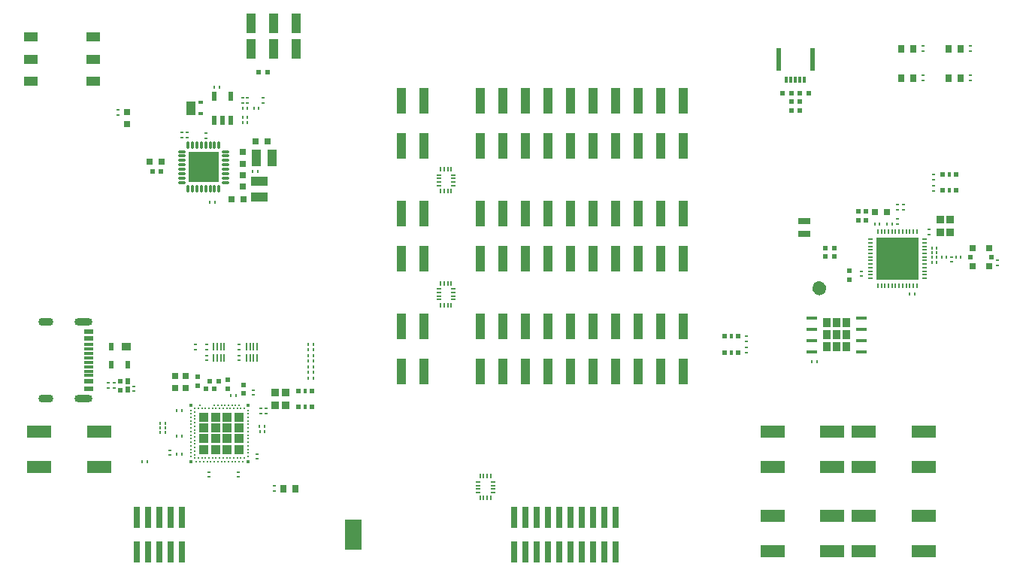
<source format=gtp>
G04*
G04 #@! TF.GenerationSoftware,Altium Limited,Altium Designer,24.6.1 (21)*
G04*
G04 Layer_Color=8421504*
%FSLAX24Y24*%
%MOIN*%
G70*
G04*
G04 #@! TF.SameCoordinates,91F66E80-D4C5-4370-B577-81E2DE0E6F9A*
G04*
G04*
G04 #@! TF.FilePolarity,Positive*
G04*
G01*
G75*
%ADD20C,0.0433*%
G04:AMPARAMS|DCode=21|XSize=43.3mil|YSize=39.4mil|CornerRadius=3mil|HoleSize=0mil|Usage=FLASHONLY|Rotation=180.000|XOffset=0mil|YOffset=0mil|HoleType=Round|Shape=RoundedRectangle|*
%AMROUNDEDRECTD21*
21,1,0.0433,0.0335,0,0,180.0*
21,1,0.0374,0.0394,0,0,180.0*
1,1,0.0059,-0.0187,0.0167*
1,1,0.0059,0.0187,0.0167*
1,1,0.0059,0.0187,-0.0167*
1,1,0.0059,-0.0187,-0.0167*
%
%ADD21ROUNDEDRECTD21*%
%ADD22O,0.0669X0.0354*%
%ADD23O,0.0787X0.0354*%
%ADD24R,0.0366X0.0445*%
%ADD25R,0.0106X0.0118*%
%ADD26R,0.0335X0.0374*%
%ADD27R,0.0551X0.0295*%
%ADD28O,0.0118X0.0335*%
%ADD29O,0.0335X0.0118*%
%ADD30R,0.1378X0.1378*%
%ADD31R,0.0453X0.0177*%
%ADD32O,0.0098X0.0335*%
%ADD33O,0.0240X0.0071*%
%ADD34O,0.0071X0.0240*%
%ADD35R,0.0236X0.0394*%
%ADD36C,0.0167*%
%ADD37C,0.0098*%
%ADD38O,0.0256X0.0079*%
%ADD39O,0.0079X0.0256*%
%ADD40R,0.1850X0.1850*%
%ADD41R,0.0728X0.1358*%
%ADD42R,0.1083X0.0551*%
%ADD43R,0.0591X0.0394*%
%ADD44R,0.0118X0.0106*%
%ADD45R,0.0236X0.0217*%
%ADD46R,0.0217X0.0236*%
%ADD47R,0.0433X0.0630*%
%ADD48R,0.0197X0.0157*%
%ADD49R,0.0236X0.0236*%
%ADD50R,0.0157X0.0236*%
%ADD51R,0.0400X0.1130*%
%ADD52R,0.0299X0.0945*%
%ADD53R,0.0402X0.0862*%
%ADD54R,0.0300X0.0320*%
%ADD55R,0.0445X0.0717*%
%ADD56R,0.0717X0.0445*%
%ADD57R,0.0295X0.0315*%
%ADD58R,0.0236X0.1024*%
%ADD59R,0.0118X0.0315*%
%ADD60R,0.0315X0.0295*%
%ADD61R,0.0228X0.0197*%
%ADD62R,0.0197X0.0256*%
%ADD63R,0.0394X0.0335*%
%ADD64R,0.0236X0.0335*%
%ADD65R,0.0315X0.0295*%
%ADD66R,0.0197X0.0236*%
%ADD67R,0.0236X0.0197*%
%ADD68R,0.0449X0.0236*%
%ADD69R,0.0449X0.0118*%
D20*
X35454Y12681D02*
G03*
X35454Y12681I-98J0D01*
G01*
D21*
X9610Y5537D02*
D03*
X9099D02*
D03*
X8587D02*
D03*
X8075D02*
D03*
Y6010D02*
D03*
X8587D02*
D03*
X9099D02*
D03*
X9610D02*
D03*
X8075Y6482D02*
D03*
X8587D02*
D03*
X9099D02*
D03*
X9610D02*
D03*
X8075Y6954D02*
D03*
X8587D02*
D03*
X9099D02*
D03*
X9610D02*
D03*
D22*
X1071Y11199D02*
D03*
Y7797D02*
D03*
D23*
X2716D02*
D03*
Y11199D02*
D03*
D24*
X36573Y10095D02*
D03*
Y10618D02*
D03*
Y11142D02*
D03*
X36128Y10095D02*
D03*
Y10618D02*
D03*
Y11142D02*
D03*
X35683Y10095D02*
D03*
Y10618D02*
D03*
Y11142D02*
D03*
D25*
X41642Y14067D02*
D03*
X41417D02*
D03*
X40350Y14067D02*
D03*
X40574D02*
D03*
X40350Y13829D02*
D03*
X40575D02*
D03*
X40575Y14271D02*
D03*
X40350D02*
D03*
X12914Y9950D02*
D03*
X12689D02*
D03*
X12914Y10200D02*
D03*
X12689D02*
D03*
X8557Y16501D02*
D03*
X8332D02*
D03*
X10281Y20664D02*
D03*
X10506D02*
D03*
X9779D02*
D03*
X10004D02*
D03*
X6139Y6500D02*
D03*
X6364D02*
D03*
Y6700D02*
D03*
X6139D02*
D03*
X10004Y20260D02*
D03*
X9779D02*
D03*
X5342Y4974D02*
D03*
X5567D02*
D03*
X12689Y9200D02*
D03*
X12914D02*
D03*
X12689Y9450D02*
D03*
X12914D02*
D03*
X12689Y9700D02*
D03*
X12914D02*
D03*
X12689Y8950D02*
D03*
X12914D02*
D03*
Y8700D02*
D03*
X12689D02*
D03*
X10541Y6570D02*
D03*
X10766D02*
D03*
X40784Y14067D02*
D03*
X41009D02*
D03*
X10236Y17860D02*
D03*
X10461D02*
D03*
X10004Y20024D02*
D03*
X9779D02*
D03*
X6139Y6300D02*
D03*
X6364D02*
D03*
X8748Y21579D02*
D03*
X8523D02*
D03*
X9496Y7935D02*
D03*
X9272D02*
D03*
X10769Y6330D02*
D03*
X10544D02*
D03*
X35260Y9410D02*
D03*
X35035D02*
D03*
X6852Y5315D02*
D03*
X7076D02*
D03*
X6852Y6131D02*
D03*
X7076D02*
D03*
X6852Y7245D02*
D03*
X7076D02*
D03*
X37810Y15527D02*
D03*
X38034D02*
D03*
X39594Y12428D02*
D03*
X39370D02*
D03*
X40350Y14467D02*
D03*
X40574D02*
D03*
X38360Y15527D02*
D03*
X38585D02*
D03*
D26*
X11233Y8049D02*
D03*
X11685D02*
D03*
Y7478D02*
D03*
X11233D02*
D03*
X40716Y15732D02*
D03*
X41168D02*
D03*
Y15161D02*
D03*
X40716D02*
D03*
D27*
X34678Y15669D02*
D03*
Y15098D02*
D03*
D28*
X8737Y17085D02*
D03*
X8540D02*
D03*
X8343D02*
D03*
X8146D02*
D03*
X7950D02*
D03*
X7753D02*
D03*
X7556D02*
D03*
X7359D02*
D03*
Y19014D02*
D03*
X7556D02*
D03*
X7753D02*
D03*
X7950D02*
D03*
X8146D02*
D03*
X8343D02*
D03*
X8540D02*
D03*
X8737D02*
D03*
D29*
X7083Y17361D02*
D03*
Y17557D02*
D03*
Y17754D02*
D03*
Y17951D02*
D03*
Y18148D02*
D03*
Y18345D02*
D03*
Y18542D02*
D03*
Y18739D02*
D03*
X9013D02*
D03*
Y18542D02*
D03*
Y18345D02*
D03*
Y18148D02*
D03*
Y17951D02*
D03*
Y17754D02*
D03*
Y17557D02*
D03*
Y17361D02*
D03*
D30*
X8048Y18050D02*
D03*
D31*
X37219Y9868D02*
D03*
Y10368D02*
D03*
Y10868D02*
D03*
Y11368D02*
D03*
X35038Y9868D02*
D03*
Y10368D02*
D03*
Y10868D02*
D03*
Y11368D02*
D03*
D32*
X9952Y9586D02*
D03*
X10110D02*
D03*
X10267D02*
D03*
X10425D02*
D03*
Y10078D02*
D03*
X10267D02*
D03*
X10110D02*
D03*
X9952D02*
D03*
X8502Y9586D02*
D03*
X8660D02*
D03*
X8817D02*
D03*
X8975D02*
D03*
Y10078D02*
D03*
X8817D02*
D03*
X8660D02*
D03*
X8502D02*
D03*
D33*
X20228Y4094D02*
D03*
Y3937D02*
D03*
Y3780D02*
D03*
Y3622D02*
D03*
X20878D02*
D03*
Y3780D02*
D03*
Y3937D02*
D03*
Y4094D02*
D03*
X18480Y12652D02*
D03*
Y12495D02*
D03*
Y12337D02*
D03*
Y12180D02*
D03*
X19130D02*
D03*
Y12337D02*
D03*
Y12495D02*
D03*
Y12652D02*
D03*
X18479Y17705D02*
D03*
Y17548D02*
D03*
Y17390D02*
D03*
Y17233D02*
D03*
X19128D02*
D03*
Y17390D02*
D03*
Y17548D02*
D03*
Y17705D02*
D03*
D34*
X20317Y3376D02*
D03*
X20474D02*
D03*
X20632D02*
D03*
X20789D02*
D03*
Y4341D02*
D03*
X20632D02*
D03*
X20474D02*
D03*
X20317D02*
D03*
X18569Y11934D02*
D03*
X18726D02*
D03*
X18884D02*
D03*
X19041D02*
D03*
Y12898D02*
D03*
X18884D02*
D03*
X18726D02*
D03*
X18569D02*
D03*
X18567Y16987D02*
D03*
X18725D02*
D03*
X18882D02*
D03*
X19040D02*
D03*
Y17951D02*
D03*
X18882D02*
D03*
X18725D02*
D03*
X18567D02*
D03*
D35*
X8523Y20132D02*
D03*
X8897D02*
D03*
X9271D02*
D03*
Y21195D02*
D03*
X8523D02*
D03*
D36*
X7504Y7506D02*
D03*
Y4986D02*
D03*
X10024D02*
D03*
Y7506D02*
D03*
D37*
X9630D02*
D03*
X9788Y4986D02*
D03*
X9630D02*
D03*
X9866Y5143D02*
D03*
Y7348D02*
D03*
X7504Y5222D02*
D03*
X9473Y4986D02*
D03*
X9315D02*
D03*
X9158D02*
D03*
X9000D02*
D03*
X8843D02*
D03*
X8685D02*
D03*
X8528D02*
D03*
X8370D02*
D03*
X8213D02*
D03*
X8055D02*
D03*
X7898D02*
D03*
X7740D02*
D03*
X9709Y5143D02*
D03*
X9551D02*
D03*
X9394D02*
D03*
X9236D02*
D03*
X9079D02*
D03*
X8921D02*
D03*
X8764D02*
D03*
X8606D02*
D03*
X8449D02*
D03*
X8291D02*
D03*
X8134D02*
D03*
X7976D02*
D03*
X7819D02*
D03*
X7662D02*
D03*
Y5301D02*
D03*
Y5458D02*
D03*
X7504Y5380D02*
D03*
Y5537D02*
D03*
X7662Y5616D02*
D03*
X10024Y5695D02*
D03*
X7504D02*
D03*
X7662Y5773D02*
D03*
X10024Y5852D02*
D03*
X7504D02*
D03*
X7662Y5931D02*
D03*
X10024Y6010D02*
D03*
X7504D02*
D03*
X7662Y6088D02*
D03*
X10024Y6167D02*
D03*
X7504D02*
D03*
X7662Y6246D02*
D03*
X10024Y6325D02*
D03*
X7504D02*
D03*
X7662Y6403D02*
D03*
X10024Y6482D02*
D03*
X7504D02*
D03*
X7662Y6561D02*
D03*
X10024Y6640D02*
D03*
X7504D02*
D03*
X7662Y6718D02*
D03*
X10024Y6797D02*
D03*
X7504D02*
D03*
X7662Y6876D02*
D03*
X10024Y6954D02*
D03*
X7504D02*
D03*
X7662Y7033D02*
D03*
X10024Y7112D02*
D03*
X7504D02*
D03*
X7662Y7191D02*
D03*
X10024Y7269D02*
D03*
X7504D02*
D03*
X9236Y7348D02*
D03*
X9079D02*
D03*
X8921D02*
D03*
X8764D02*
D03*
X8606D02*
D03*
X8449D02*
D03*
X8291D02*
D03*
X8134D02*
D03*
X7976D02*
D03*
X7819D02*
D03*
X7662D02*
D03*
X9473Y7506D02*
D03*
X9315D02*
D03*
X9158D02*
D03*
X9000D02*
D03*
X8843D02*
D03*
X8685D02*
D03*
X8528D02*
D03*
X7898D02*
D03*
X9394Y7348D02*
D03*
X9551D02*
D03*
X9709D02*
D03*
X10024Y5537D02*
D03*
Y5380D02*
D03*
Y5222D02*
D03*
D38*
X37630Y14854D02*
D03*
Y14697D02*
D03*
Y14539D02*
D03*
Y14382D02*
D03*
Y14224D02*
D03*
Y14067D02*
D03*
Y13909D02*
D03*
Y13752D02*
D03*
Y13594D02*
D03*
Y13437D02*
D03*
Y13280D02*
D03*
Y13122D02*
D03*
X40012D02*
D03*
Y13280D02*
D03*
Y13437D02*
D03*
Y13594D02*
D03*
Y13752D02*
D03*
Y13909D02*
D03*
Y14067D02*
D03*
Y14224D02*
D03*
Y14382D02*
D03*
Y14539D02*
D03*
Y14697D02*
D03*
Y14854D02*
D03*
D39*
X37955Y12797D02*
D03*
X38112D02*
D03*
X38270D02*
D03*
X38427D02*
D03*
X38585D02*
D03*
X38742D02*
D03*
X38900D02*
D03*
X39057D02*
D03*
X39215D02*
D03*
X39372D02*
D03*
X39530D02*
D03*
X39687D02*
D03*
Y15179D02*
D03*
X39530D02*
D03*
X39372D02*
D03*
X39215D02*
D03*
X39057D02*
D03*
X38900D02*
D03*
X38742D02*
D03*
X38585D02*
D03*
X38427D02*
D03*
X38270D02*
D03*
X38112D02*
D03*
X37955D02*
D03*
D40*
X38821Y13988D02*
D03*
D41*
X14694Y1769D02*
D03*
D42*
X37324Y2582D02*
D03*
Y1007D02*
D03*
X39982Y2582D02*
D03*
Y1007D02*
D03*
X33284Y2582D02*
D03*
Y1007D02*
D03*
X35942Y2582D02*
D03*
Y1007D02*
D03*
X37324Y6322D02*
D03*
Y4747D02*
D03*
X39982Y6322D02*
D03*
Y4747D02*
D03*
X33284Y6322D02*
D03*
Y4747D02*
D03*
X35942Y6322D02*
D03*
Y4747D02*
D03*
X773Y6337D02*
D03*
Y4763D02*
D03*
X3430Y6337D02*
D03*
Y4763D02*
D03*
D43*
X3158Y21846D02*
D03*
Y23814D02*
D03*
Y22830D02*
D03*
X402D02*
D03*
Y23814D02*
D03*
Y21846D02*
D03*
D44*
X4252Y20589D02*
D03*
Y20365D02*
D03*
X10009Y21121D02*
D03*
Y20896D02*
D03*
X40442Y17220D02*
D03*
Y16996D02*
D03*
X7076Y19363D02*
D03*
Y19588D02*
D03*
X7330Y19363D02*
D03*
Y19588D02*
D03*
X42055Y23412D02*
D03*
Y23188D02*
D03*
X39955Y23412D02*
D03*
Y23188D02*
D03*
X7706Y9961D02*
D03*
Y10185D02*
D03*
X6562Y5505D02*
D03*
Y5280D02*
D03*
X32123Y10042D02*
D03*
Y9817D02*
D03*
X40442Y17499D02*
D03*
Y17724D02*
D03*
X32120Y10330D02*
D03*
Y10555D02*
D03*
X10417Y5337D02*
D03*
Y5112D02*
D03*
X11202Y3912D02*
D03*
Y3688D02*
D03*
X42055Y22112D02*
D03*
Y21888D02*
D03*
X39955Y22112D02*
D03*
Y21888D02*
D03*
X38832Y16379D02*
D03*
Y16154D02*
D03*
X10703Y21121D02*
D03*
Y20896D02*
D03*
X8188Y9474D02*
D03*
Y9698D02*
D03*
X9783Y20896D02*
D03*
Y21121D02*
D03*
X4076Y8488D02*
D03*
Y8264D02*
D03*
X4962Y8110D02*
D03*
Y8335D02*
D03*
X43260Y13923D02*
D03*
Y13699D02*
D03*
X10274Y8167D02*
D03*
Y7942D02*
D03*
X10594Y7122D02*
D03*
Y7347D02*
D03*
X9584Y4312D02*
D03*
Y4537D02*
D03*
X10811Y7347D02*
D03*
Y7122D02*
D03*
X3811Y8264D02*
D03*
Y8488D02*
D03*
X8149Y19556D02*
D03*
Y19331D02*
D03*
X8304Y4312D02*
D03*
Y4537D02*
D03*
X9638Y9961D02*
D03*
Y10185D02*
D03*
Y9474D02*
D03*
Y9698D02*
D03*
X8188Y9961D02*
D03*
Y10185D02*
D03*
X38832Y15749D02*
D03*
Y15524D02*
D03*
X41216Y14067D02*
D03*
Y13843D02*
D03*
X37212Y13214D02*
D03*
Y13439D02*
D03*
X40222Y15279D02*
D03*
Y15054D02*
D03*
X39092Y16154D02*
D03*
Y16379D02*
D03*
D45*
X35619Y14106D02*
D03*
X36013D02*
D03*
X35619Y14470D02*
D03*
X36013D02*
D03*
X10482Y22264D02*
D03*
X10876D02*
D03*
D46*
X34118Y20946D02*
D03*
Y20553D02*
D03*
X34490Y20946D02*
D03*
Y20553D02*
D03*
D47*
X7500Y20664D02*
D03*
D48*
X7913Y20920D02*
D03*
Y20408D02*
D03*
D49*
X41411Y17728D02*
D03*
X40821D02*
D03*
Y17020D02*
D03*
X41411D02*
D03*
X31746Y10545D02*
D03*
X31155D02*
D03*
Y9836D02*
D03*
X31746D02*
D03*
X12270Y7407D02*
D03*
X12860D02*
D03*
Y8116D02*
D03*
X12270D02*
D03*
D50*
X41116Y17728D02*
D03*
Y17020D02*
D03*
X31450Y10545D02*
D03*
Y9836D02*
D03*
X12565Y7407D02*
D03*
Y8116D02*
D03*
D51*
X16825Y11000D02*
D03*
X17825D02*
D03*
Y9000D02*
D03*
X16825D02*
D03*
Y16000D02*
D03*
X17825D02*
D03*
Y14000D02*
D03*
X16825D02*
D03*
Y21000D02*
D03*
X17825D02*
D03*
Y19000D02*
D03*
X16825D02*
D03*
X24325Y11000D02*
D03*
Y9000D02*
D03*
X23325Y11000D02*
D03*
Y9000D02*
D03*
X22325Y11000D02*
D03*
Y9000D02*
D03*
X20325Y11000D02*
D03*
X21325D02*
D03*
Y9000D02*
D03*
X20325D02*
D03*
X25325Y11000D02*
D03*
Y9000D02*
D03*
X26325Y11000D02*
D03*
Y9000D02*
D03*
X27325Y11000D02*
D03*
Y9000D02*
D03*
X28325Y11000D02*
D03*
Y9000D02*
D03*
X29325Y11000D02*
D03*
Y9000D02*
D03*
X24325Y16000D02*
D03*
Y14000D02*
D03*
X23325Y16000D02*
D03*
Y14000D02*
D03*
X22325Y16000D02*
D03*
Y14000D02*
D03*
X20325Y16000D02*
D03*
X21325D02*
D03*
Y14000D02*
D03*
X20325D02*
D03*
X25325Y16000D02*
D03*
Y14000D02*
D03*
X26325Y16000D02*
D03*
Y14000D02*
D03*
X27325Y16000D02*
D03*
Y14000D02*
D03*
X28325Y16000D02*
D03*
Y14000D02*
D03*
X29325Y16000D02*
D03*
Y14000D02*
D03*
X24325Y21000D02*
D03*
Y19000D02*
D03*
X23325Y21000D02*
D03*
Y19000D02*
D03*
X22325Y21000D02*
D03*
Y19000D02*
D03*
X20325Y21000D02*
D03*
X21325D02*
D03*
Y19000D02*
D03*
X20325D02*
D03*
X25325Y21000D02*
D03*
Y19000D02*
D03*
X26325Y21000D02*
D03*
Y19000D02*
D03*
X27325Y21000D02*
D03*
Y19000D02*
D03*
X28325Y21000D02*
D03*
Y19000D02*
D03*
X29325Y21000D02*
D03*
Y19000D02*
D03*
D52*
X5104Y2539D02*
D03*
X5604D02*
D03*
X6104D02*
D03*
X6604D02*
D03*
X7104D02*
D03*
X5104Y1004D02*
D03*
X5604D02*
D03*
X6104D02*
D03*
X6604D02*
D03*
X7104D02*
D03*
X23826Y1004D02*
D03*
X23326D02*
D03*
X22826D02*
D03*
X22326D02*
D03*
X21826D02*
D03*
X23826Y2539D02*
D03*
X23326D02*
D03*
X22826D02*
D03*
X22326D02*
D03*
X21826D02*
D03*
X24326D02*
D03*
X24826D02*
D03*
X25326D02*
D03*
X25826D02*
D03*
X26326D02*
D03*
X24326Y1004D02*
D03*
X24826D02*
D03*
X25326D02*
D03*
X25826D02*
D03*
X26326D02*
D03*
X21826Y2539D02*
D03*
X22326D02*
D03*
X22826D02*
D03*
X23326D02*
D03*
X23826D02*
D03*
X21826Y1004D02*
D03*
X22326D02*
D03*
X22826D02*
D03*
X23326D02*
D03*
X23826D02*
D03*
D53*
X12170Y24437D02*
D03*
Y23284D02*
D03*
X10170D02*
D03*
Y24437D02*
D03*
X11170D02*
D03*
Y23284D02*
D03*
D54*
X41080Y22000D02*
D03*
X41630D02*
D03*
X38980D02*
D03*
X39530D02*
D03*
X41080Y23300D02*
D03*
X41630D02*
D03*
X38980D02*
D03*
X39530D02*
D03*
X12127Y3800D02*
D03*
X11577D02*
D03*
D55*
X10380Y18460D02*
D03*
X11076D02*
D03*
D56*
X10531Y17410D02*
D03*
Y16713D02*
D03*
D57*
X38348Y16047D02*
D03*
X37816D02*
D03*
X10904Y19190D02*
D03*
X10372D02*
D03*
X9813Y16609D02*
D03*
X9281D02*
D03*
X6204Y18290D02*
D03*
X5672D02*
D03*
D58*
X33555Y22817D02*
D03*
X35051D02*
D03*
D59*
X34106Y21911D02*
D03*
X34303D02*
D03*
X34500D02*
D03*
X34697D02*
D03*
X33909D02*
D03*
D60*
X42148Y13663D02*
D03*
Y14470D02*
D03*
X42896D02*
D03*
Y13663D02*
D03*
D61*
X42065Y14067D02*
D03*
X42978D02*
D03*
D62*
X4697Y8553D02*
D03*
Y8179D02*
D03*
D63*
X4615Y10092D02*
D03*
D64*
X3946D02*
D03*
Y9285D02*
D03*
X4694D02*
D03*
D65*
X4652Y20477D02*
D03*
Y19945D02*
D03*
X7244Y8780D02*
D03*
Y8249D02*
D03*
X6784Y8780D02*
D03*
Y8249D02*
D03*
X9790Y18197D02*
D03*
Y18729D02*
D03*
X9790Y17705D02*
D03*
Y17174D02*
D03*
D66*
X4362Y8563D02*
D03*
Y8169D02*
D03*
X36688Y13447D02*
D03*
Y13053D02*
D03*
X7794Y8348D02*
D03*
Y8741D02*
D03*
X9824Y8008D02*
D03*
Y8401D02*
D03*
X9134Y8632D02*
D03*
Y8238D02*
D03*
X37432Y15700D02*
D03*
Y16093D02*
D03*
X37102Y15700D02*
D03*
Y16093D02*
D03*
D67*
X8541Y8225D02*
D03*
X8147D02*
D03*
X8721Y8565D02*
D03*
X8327D02*
D03*
X6175Y17840D02*
D03*
X5781D02*
D03*
X34115Y21308D02*
D03*
X33721D02*
D03*
X34883D02*
D03*
X34490D02*
D03*
D68*
X2949Y8238D02*
D03*
Y8553D02*
D03*
Y10758D02*
D03*
Y10443D02*
D03*
D69*
Y8809D02*
D03*
Y9006D02*
D03*
Y9203D02*
D03*
Y9400D02*
D03*
Y9596D02*
D03*
Y9793D02*
D03*
Y9990D02*
D03*
Y10187D02*
D03*
M02*

</source>
